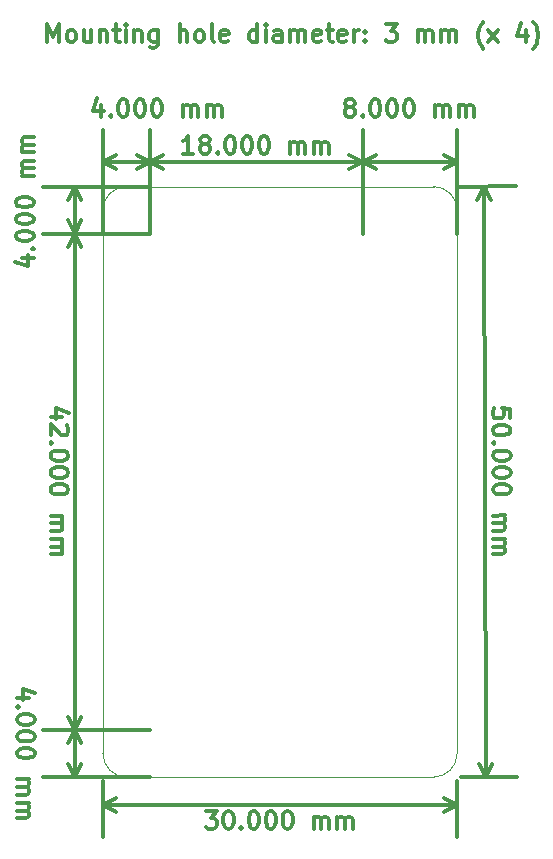
<source format=gbr>
G04 #@! TF.FileFunction,Drawing*
%FSLAX46Y46*%
G04 Gerber Fmt 4.6, Leading zero omitted, Abs format (unit mm)*
G04 Created by KiCad (PCBNEW 4.0.6-e0-6349~53~ubuntu16.04.1) date Fri Mar 17 13:45:09 2017*
%MOMM*%
%LPD*%
G01*
G04 APERTURE LIST*
%ADD10C,0.200000*%
%ADD11C,0.300000*%
%ADD12C,0.100000*%
G04 APERTURE END LIST*
D10*
D11*
X95292286Y-37762571D02*
X95292286Y-36262571D01*
X95792286Y-37334000D01*
X96292286Y-36262571D01*
X96292286Y-37762571D01*
X97220858Y-37762571D02*
X97078000Y-37691143D01*
X97006572Y-37619714D01*
X96935143Y-37476857D01*
X96935143Y-37048286D01*
X97006572Y-36905429D01*
X97078000Y-36834000D01*
X97220858Y-36762571D01*
X97435143Y-36762571D01*
X97578000Y-36834000D01*
X97649429Y-36905429D01*
X97720858Y-37048286D01*
X97720858Y-37476857D01*
X97649429Y-37619714D01*
X97578000Y-37691143D01*
X97435143Y-37762571D01*
X97220858Y-37762571D01*
X99006572Y-36762571D02*
X99006572Y-37762571D01*
X98363715Y-36762571D02*
X98363715Y-37548286D01*
X98435143Y-37691143D01*
X98578001Y-37762571D01*
X98792286Y-37762571D01*
X98935143Y-37691143D01*
X99006572Y-37619714D01*
X99720858Y-36762571D02*
X99720858Y-37762571D01*
X99720858Y-36905429D02*
X99792286Y-36834000D01*
X99935144Y-36762571D01*
X100149429Y-36762571D01*
X100292286Y-36834000D01*
X100363715Y-36976857D01*
X100363715Y-37762571D01*
X100863715Y-36762571D02*
X101435144Y-36762571D01*
X101078001Y-36262571D02*
X101078001Y-37548286D01*
X101149429Y-37691143D01*
X101292287Y-37762571D01*
X101435144Y-37762571D01*
X101935144Y-37762571D02*
X101935144Y-36762571D01*
X101935144Y-36262571D02*
X101863715Y-36334000D01*
X101935144Y-36405429D01*
X102006572Y-36334000D01*
X101935144Y-36262571D01*
X101935144Y-36405429D01*
X102649430Y-36762571D02*
X102649430Y-37762571D01*
X102649430Y-36905429D02*
X102720858Y-36834000D01*
X102863716Y-36762571D01*
X103078001Y-36762571D01*
X103220858Y-36834000D01*
X103292287Y-36976857D01*
X103292287Y-37762571D01*
X104649430Y-36762571D02*
X104649430Y-37976857D01*
X104578001Y-38119714D01*
X104506573Y-38191143D01*
X104363716Y-38262571D01*
X104149430Y-38262571D01*
X104006573Y-38191143D01*
X104649430Y-37691143D02*
X104506573Y-37762571D01*
X104220859Y-37762571D01*
X104078001Y-37691143D01*
X104006573Y-37619714D01*
X103935144Y-37476857D01*
X103935144Y-37048286D01*
X104006573Y-36905429D01*
X104078001Y-36834000D01*
X104220859Y-36762571D01*
X104506573Y-36762571D01*
X104649430Y-36834000D01*
X106506573Y-37762571D02*
X106506573Y-36262571D01*
X107149430Y-37762571D02*
X107149430Y-36976857D01*
X107078001Y-36834000D01*
X106935144Y-36762571D01*
X106720859Y-36762571D01*
X106578001Y-36834000D01*
X106506573Y-36905429D01*
X108078002Y-37762571D02*
X107935144Y-37691143D01*
X107863716Y-37619714D01*
X107792287Y-37476857D01*
X107792287Y-37048286D01*
X107863716Y-36905429D01*
X107935144Y-36834000D01*
X108078002Y-36762571D01*
X108292287Y-36762571D01*
X108435144Y-36834000D01*
X108506573Y-36905429D01*
X108578002Y-37048286D01*
X108578002Y-37476857D01*
X108506573Y-37619714D01*
X108435144Y-37691143D01*
X108292287Y-37762571D01*
X108078002Y-37762571D01*
X109435145Y-37762571D02*
X109292287Y-37691143D01*
X109220859Y-37548286D01*
X109220859Y-36262571D01*
X110578001Y-37691143D02*
X110435144Y-37762571D01*
X110149430Y-37762571D01*
X110006573Y-37691143D01*
X109935144Y-37548286D01*
X109935144Y-36976857D01*
X110006573Y-36834000D01*
X110149430Y-36762571D01*
X110435144Y-36762571D01*
X110578001Y-36834000D01*
X110649430Y-36976857D01*
X110649430Y-37119714D01*
X109935144Y-37262571D01*
X113078001Y-37762571D02*
X113078001Y-36262571D01*
X113078001Y-37691143D02*
X112935144Y-37762571D01*
X112649430Y-37762571D01*
X112506572Y-37691143D01*
X112435144Y-37619714D01*
X112363715Y-37476857D01*
X112363715Y-37048286D01*
X112435144Y-36905429D01*
X112506572Y-36834000D01*
X112649430Y-36762571D01*
X112935144Y-36762571D01*
X113078001Y-36834000D01*
X113792287Y-37762571D02*
X113792287Y-36762571D01*
X113792287Y-36262571D02*
X113720858Y-36334000D01*
X113792287Y-36405429D01*
X113863715Y-36334000D01*
X113792287Y-36262571D01*
X113792287Y-36405429D01*
X115149430Y-37762571D02*
X115149430Y-36976857D01*
X115078001Y-36834000D01*
X114935144Y-36762571D01*
X114649430Y-36762571D01*
X114506573Y-36834000D01*
X115149430Y-37691143D02*
X115006573Y-37762571D01*
X114649430Y-37762571D01*
X114506573Y-37691143D01*
X114435144Y-37548286D01*
X114435144Y-37405429D01*
X114506573Y-37262571D01*
X114649430Y-37191143D01*
X115006573Y-37191143D01*
X115149430Y-37119714D01*
X115863716Y-37762571D02*
X115863716Y-36762571D01*
X115863716Y-36905429D02*
X115935144Y-36834000D01*
X116078002Y-36762571D01*
X116292287Y-36762571D01*
X116435144Y-36834000D01*
X116506573Y-36976857D01*
X116506573Y-37762571D01*
X116506573Y-36976857D02*
X116578002Y-36834000D01*
X116720859Y-36762571D01*
X116935144Y-36762571D01*
X117078002Y-36834000D01*
X117149430Y-36976857D01*
X117149430Y-37762571D01*
X118435144Y-37691143D02*
X118292287Y-37762571D01*
X118006573Y-37762571D01*
X117863716Y-37691143D01*
X117792287Y-37548286D01*
X117792287Y-36976857D01*
X117863716Y-36834000D01*
X118006573Y-36762571D01*
X118292287Y-36762571D01*
X118435144Y-36834000D01*
X118506573Y-36976857D01*
X118506573Y-37119714D01*
X117792287Y-37262571D01*
X118935144Y-36762571D02*
X119506573Y-36762571D01*
X119149430Y-36262571D02*
X119149430Y-37548286D01*
X119220858Y-37691143D01*
X119363716Y-37762571D01*
X119506573Y-37762571D01*
X120578001Y-37691143D02*
X120435144Y-37762571D01*
X120149430Y-37762571D01*
X120006573Y-37691143D01*
X119935144Y-37548286D01*
X119935144Y-36976857D01*
X120006573Y-36834000D01*
X120149430Y-36762571D01*
X120435144Y-36762571D01*
X120578001Y-36834000D01*
X120649430Y-36976857D01*
X120649430Y-37119714D01*
X119935144Y-37262571D01*
X121292287Y-37762571D02*
X121292287Y-36762571D01*
X121292287Y-37048286D02*
X121363715Y-36905429D01*
X121435144Y-36834000D01*
X121578001Y-36762571D01*
X121720858Y-36762571D01*
X122220858Y-37619714D02*
X122292286Y-37691143D01*
X122220858Y-37762571D01*
X122149429Y-37691143D01*
X122220858Y-37619714D01*
X122220858Y-37762571D01*
X122220858Y-36834000D02*
X122292286Y-36905429D01*
X122220858Y-36976857D01*
X122149429Y-36905429D01*
X122220858Y-36834000D01*
X122220858Y-36976857D01*
X123935144Y-36262571D02*
X124863715Y-36262571D01*
X124363715Y-36834000D01*
X124578001Y-36834000D01*
X124720858Y-36905429D01*
X124792287Y-36976857D01*
X124863715Y-37119714D01*
X124863715Y-37476857D01*
X124792287Y-37619714D01*
X124720858Y-37691143D01*
X124578001Y-37762571D01*
X124149429Y-37762571D01*
X124006572Y-37691143D01*
X123935144Y-37619714D01*
X126649429Y-37762571D02*
X126649429Y-36762571D01*
X126649429Y-36905429D02*
X126720857Y-36834000D01*
X126863715Y-36762571D01*
X127078000Y-36762571D01*
X127220857Y-36834000D01*
X127292286Y-36976857D01*
X127292286Y-37762571D01*
X127292286Y-36976857D02*
X127363715Y-36834000D01*
X127506572Y-36762571D01*
X127720857Y-36762571D01*
X127863715Y-36834000D01*
X127935143Y-36976857D01*
X127935143Y-37762571D01*
X128649429Y-37762571D02*
X128649429Y-36762571D01*
X128649429Y-36905429D02*
X128720857Y-36834000D01*
X128863715Y-36762571D01*
X129078000Y-36762571D01*
X129220857Y-36834000D01*
X129292286Y-36976857D01*
X129292286Y-37762571D01*
X129292286Y-36976857D02*
X129363715Y-36834000D01*
X129506572Y-36762571D01*
X129720857Y-36762571D01*
X129863715Y-36834000D01*
X129935143Y-36976857D01*
X129935143Y-37762571D01*
X132220857Y-38334000D02*
X132149429Y-38262571D01*
X132006572Y-38048286D01*
X131935143Y-37905429D01*
X131863714Y-37691143D01*
X131792286Y-37334000D01*
X131792286Y-37048286D01*
X131863714Y-36691143D01*
X131935143Y-36476857D01*
X132006572Y-36334000D01*
X132149429Y-36119714D01*
X132220857Y-36048286D01*
X132649429Y-37762571D02*
X133435143Y-36762571D01*
X132649429Y-36762571D02*
X133435143Y-37762571D01*
X135792286Y-36762571D02*
X135792286Y-37762571D01*
X135435143Y-36191143D02*
X135078000Y-37262571D01*
X136006572Y-37262571D01*
X136435143Y-38334000D02*
X136506571Y-38262571D01*
X136649428Y-38048286D01*
X136720857Y-37905429D01*
X136792286Y-37691143D01*
X136863714Y-37334000D01*
X136863714Y-37048286D01*
X136792286Y-36691143D01*
X136720857Y-36476857D01*
X136649428Y-36334000D01*
X136506571Y-36119714D01*
X136435143Y-36048286D01*
X93721429Y-93264287D02*
X92721429Y-93264287D01*
X94292857Y-92907144D02*
X93221429Y-92550001D01*
X93221429Y-93478573D01*
X92864286Y-94050001D02*
X92792857Y-94121429D01*
X92721429Y-94050001D01*
X92792857Y-93978572D01*
X92864286Y-94050001D01*
X92721429Y-94050001D01*
X94221429Y-95050001D02*
X94221429Y-95192858D01*
X94150000Y-95335715D01*
X94078571Y-95407144D01*
X93935714Y-95478573D01*
X93650000Y-95550001D01*
X93292857Y-95550001D01*
X93007143Y-95478573D01*
X92864286Y-95407144D01*
X92792857Y-95335715D01*
X92721429Y-95192858D01*
X92721429Y-95050001D01*
X92792857Y-94907144D01*
X92864286Y-94835715D01*
X93007143Y-94764287D01*
X93292857Y-94692858D01*
X93650000Y-94692858D01*
X93935714Y-94764287D01*
X94078571Y-94835715D01*
X94150000Y-94907144D01*
X94221429Y-95050001D01*
X94221429Y-96478572D02*
X94221429Y-96621429D01*
X94150000Y-96764286D01*
X94078571Y-96835715D01*
X93935714Y-96907144D01*
X93650000Y-96978572D01*
X93292857Y-96978572D01*
X93007143Y-96907144D01*
X92864286Y-96835715D01*
X92792857Y-96764286D01*
X92721429Y-96621429D01*
X92721429Y-96478572D01*
X92792857Y-96335715D01*
X92864286Y-96264286D01*
X93007143Y-96192858D01*
X93292857Y-96121429D01*
X93650000Y-96121429D01*
X93935714Y-96192858D01*
X94078571Y-96264286D01*
X94150000Y-96335715D01*
X94221429Y-96478572D01*
X94221429Y-97907143D02*
X94221429Y-98050000D01*
X94150000Y-98192857D01*
X94078571Y-98264286D01*
X93935714Y-98335715D01*
X93650000Y-98407143D01*
X93292857Y-98407143D01*
X93007143Y-98335715D01*
X92864286Y-98264286D01*
X92792857Y-98192857D01*
X92721429Y-98050000D01*
X92721429Y-97907143D01*
X92792857Y-97764286D01*
X92864286Y-97692857D01*
X93007143Y-97621429D01*
X93292857Y-97550000D01*
X93650000Y-97550000D01*
X93935714Y-97621429D01*
X94078571Y-97692857D01*
X94150000Y-97764286D01*
X94221429Y-97907143D01*
X92721429Y-100192857D02*
X93721429Y-100192857D01*
X93578571Y-100192857D02*
X93650000Y-100264285D01*
X93721429Y-100407143D01*
X93721429Y-100621428D01*
X93650000Y-100764285D01*
X93507143Y-100835714D01*
X92721429Y-100835714D01*
X93507143Y-100835714D02*
X93650000Y-100907143D01*
X93721429Y-101050000D01*
X93721429Y-101264285D01*
X93650000Y-101407143D01*
X93507143Y-101478571D01*
X92721429Y-101478571D01*
X92721429Y-102192857D02*
X93721429Y-102192857D01*
X93578571Y-102192857D02*
X93650000Y-102264285D01*
X93721429Y-102407143D01*
X93721429Y-102621428D01*
X93650000Y-102764285D01*
X93507143Y-102835714D01*
X92721429Y-102835714D01*
X93507143Y-102835714D02*
X93650000Y-102907143D01*
X93721429Y-103050000D01*
X93721429Y-103264285D01*
X93650000Y-103407143D01*
X93507143Y-103478571D01*
X92721429Y-103478571D01*
X97600000Y-96000000D02*
X97600000Y-100000000D01*
X104000000Y-96000000D02*
X94900000Y-96000000D01*
X104000000Y-100000000D02*
X94900000Y-100000000D01*
X97600000Y-100000000D02*
X97013579Y-98873496D01*
X97600000Y-100000000D02*
X98186421Y-98873496D01*
X97600000Y-96000000D02*
X97013579Y-97126504D01*
X97600000Y-96000000D02*
X98186421Y-97126504D01*
X93128571Y-56035713D02*
X94128571Y-56035713D01*
X92557143Y-56392856D02*
X93628571Y-56749999D01*
X93628571Y-55821427D01*
X93985714Y-55249999D02*
X94057143Y-55178571D01*
X94128571Y-55249999D01*
X94057143Y-55321428D01*
X93985714Y-55249999D01*
X94128571Y-55249999D01*
X92628571Y-54249999D02*
X92628571Y-54107142D01*
X92700000Y-53964285D01*
X92771429Y-53892856D01*
X92914286Y-53821427D01*
X93200000Y-53749999D01*
X93557143Y-53749999D01*
X93842857Y-53821427D01*
X93985714Y-53892856D01*
X94057143Y-53964285D01*
X94128571Y-54107142D01*
X94128571Y-54249999D01*
X94057143Y-54392856D01*
X93985714Y-54464285D01*
X93842857Y-54535713D01*
X93557143Y-54607142D01*
X93200000Y-54607142D01*
X92914286Y-54535713D01*
X92771429Y-54464285D01*
X92700000Y-54392856D01*
X92628571Y-54249999D01*
X92628571Y-52821428D02*
X92628571Y-52678571D01*
X92700000Y-52535714D01*
X92771429Y-52464285D01*
X92914286Y-52392856D01*
X93200000Y-52321428D01*
X93557143Y-52321428D01*
X93842857Y-52392856D01*
X93985714Y-52464285D01*
X94057143Y-52535714D01*
X94128571Y-52678571D01*
X94128571Y-52821428D01*
X94057143Y-52964285D01*
X93985714Y-53035714D01*
X93842857Y-53107142D01*
X93557143Y-53178571D01*
X93200000Y-53178571D01*
X92914286Y-53107142D01*
X92771429Y-53035714D01*
X92700000Y-52964285D01*
X92628571Y-52821428D01*
X92628571Y-51392857D02*
X92628571Y-51250000D01*
X92700000Y-51107143D01*
X92771429Y-51035714D01*
X92914286Y-50964285D01*
X93200000Y-50892857D01*
X93557143Y-50892857D01*
X93842857Y-50964285D01*
X93985714Y-51035714D01*
X94057143Y-51107143D01*
X94128571Y-51250000D01*
X94128571Y-51392857D01*
X94057143Y-51535714D01*
X93985714Y-51607143D01*
X93842857Y-51678571D01*
X93557143Y-51750000D01*
X93200000Y-51750000D01*
X92914286Y-51678571D01*
X92771429Y-51607143D01*
X92700000Y-51535714D01*
X92628571Y-51392857D01*
X94128571Y-49107143D02*
X93128571Y-49107143D01*
X93271429Y-49107143D02*
X93200000Y-49035715D01*
X93128571Y-48892857D01*
X93128571Y-48678572D01*
X93200000Y-48535715D01*
X93342857Y-48464286D01*
X94128571Y-48464286D01*
X93342857Y-48464286D02*
X93200000Y-48392857D01*
X93128571Y-48250000D01*
X93128571Y-48035715D01*
X93200000Y-47892857D01*
X93342857Y-47821429D01*
X94128571Y-47821429D01*
X94128571Y-47107143D02*
X93128571Y-47107143D01*
X93271429Y-47107143D02*
X93200000Y-47035715D01*
X93128571Y-46892857D01*
X93128571Y-46678572D01*
X93200000Y-46535715D01*
X93342857Y-46464286D01*
X94128571Y-46464286D01*
X93342857Y-46464286D02*
X93200000Y-46392857D01*
X93128571Y-46250000D01*
X93128571Y-46035715D01*
X93200000Y-45892857D01*
X93342857Y-45821429D01*
X94128571Y-45821429D01*
X97600000Y-54000000D02*
X97600000Y-50000000D01*
X104000000Y-54000000D02*
X94900000Y-54000000D01*
X104000000Y-50000000D02*
X94900000Y-50000000D01*
X97600000Y-50000000D02*
X98186421Y-51126504D01*
X97600000Y-50000000D02*
X97013579Y-51126504D01*
X97600000Y-54000000D02*
X98186421Y-52873496D01*
X97600000Y-54000000D02*
X97013579Y-52873496D01*
X120769716Y-43255429D02*
X120626858Y-43184000D01*
X120555430Y-43112571D01*
X120484001Y-42969714D01*
X120484001Y-42898286D01*
X120555430Y-42755429D01*
X120626858Y-42684000D01*
X120769716Y-42612571D01*
X121055430Y-42612571D01*
X121198287Y-42684000D01*
X121269716Y-42755429D01*
X121341144Y-42898286D01*
X121341144Y-42969714D01*
X121269716Y-43112571D01*
X121198287Y-43184000D01*
X121055430Y-43255429D01*
X120769716Y-43255429D01*
X120626858Y-43326857D01*
X120555430Y-43398286D01*
X120484001Y-43541143D01*
X120484001Y-43826857D01*
X120555430Y-43969714D01*
X120626858Y-44041143D01*
X120769716Y-44112571D01*
X121055430Y-44112571D01*
X121198287Y-44041143D01*
X121269716Y-43969714D01*
X121341144Y-43826857D01*
X121341144Y-43541143D01*
X121269716Y-43398286D01*
X121198287Y-43326857D01*
X121055430Y-43255429D01*
X121984001Y-43969714D02*
X122055429Y-44041143D01*
X121984001Y-44112571D01*
X121912572Y-44041143D01*
X121984001Y-43969714D01*
X121984001Y-44112571D01*
X122984001Y-42612571D02*
X123126858Y-42612571D01*
X123269715Y-42684000D01*
X123341144Y-42755429D01*
X123412573Y-42898286D01*
X123484001Y-43184000D01*
X123484001Y-43541143D01*
X123412573Y-43826857D01*
X123341144Y-43969714D01*
X123269715Y-44041143D01*
X123126858Y-44112571D01*
X122984001Y-44112571D01*
X122841144Y-44041143D01*
X122769715Y-43969714D01*
X122698287Y-43826857D01*
X122626858Y-43541143D01*
X122626858Y-43184000D01*
X122698287Y-42898286D01*
X122769715Y-42755429D01*
X122841144Y-42684000D01*
X122984001Y-42612571D01*
X124412572Y-42612571D02*
X124555429Y-42612571D01*
X124698286Y-42684000D01*
X124769715Y-42755429D01*
X124841144Y-42898286D01*
X124912572Y-43184000D01*
X124912572Y-43541143D01*
X124841144Y-43826857D01*
X124769715Y-43969714D01*
X124698286Y-44041143D01*
X124555429Y-44112571D01*
X124412572Y-44112571D01*
X124269715Y-44041143D01*
X124198286Y-43969714D01*
X124126858Y-43826857D01*
X124055429Y-43541143D01*
X124055429Y-43184000D01*
X124126858Y-42898286D01*
X124198286Y-42755429D01*
X124269715Y-42684000D01*
X124412572Y-42612571D01*
X125841143Y-42612571D02*
X125984000Y-42612571D01*
X126126857Y-42684000D01*
X126198286Y-42755429D01*
X126269715Y-42898286D01*
X126341143Y-43184000D01*
X126341143Y-43541143D01*
X126269715Y-43826857D01*
X126198286Y-43969714D01*
X126126857Y-44041143D01*
X125984000Y-44112571D01*
X125841143Y-44112571D01*
X125698286Y-44041143D01*
X125626857Y-43969714D01*
X125555429Y-43826857D01*
X125484000Y-43541143D01*
X125484000Y-43184000D01*
X125555429Y-42898286D01*
X125626857Y-42755429D01*
X125698286Y-42684000D01*
X125841143Y-42612571D01*
X128126857Y-44112571D02*
X128126857Y-43112571D01*
X128126857Y-43255429D02*
X128198285Y-43184000D01*
X128341143Y-43112571D01*
X128555428Y-43112571D01*
X128698285Y-43184000D01*
X128769714Y-43326857D01*
X128769714Y-44112571D01*
X128769714Y-43326857D02*
X128841143Y-43184000D01*
X128984000Y-43112571D01*
X129198285Y-43112571D01*
X129341143Y-43184000D01*
X129412571Y-43326857D01*
X129412571Y-44112571D01*
X130126857Y-44112571D02*
X130126857Y-43112571D01*
X130126857Y-43255429D02*
X130198285Y-43184000D01*
X130341143Y-43112571D01*
X130555428Y-43112571D01*
X130698285Y-43184000D01*
X130769714Y-43326857D01*
X130769714Y-44112571D01*
X130769714Y-43326857D02*
X130841143Y-43184000D01*
X130984000Y-43112571D01*
X131198285Y-43112571D01*
X131341143Y-43184000D01*
X131412571Y-43326857D01*
X131412571Y-44112571D01*
X122000000Y-47900000D02*
X130000000Y-47900000D01*
X122000000Y-54000000D02*
X122000000Y-45200000D01*
X130000000Y-54000000D02*
X130000000Y-45200000D01*
X130000000Y-47900000D02*
X128873496Y-48486421D01*
X130000000Y-47900000D02*
X128873496Y-47313579D01*
X122000000Y-47900000D02*
X123126504Y-48486421D01*
X122000000Y-47900000D02*
X123126504Y-47313579D01*
X99862287Y-43112571D02*
X99862287Y-44112571D01*
X99505144Y-42541143D02*
X99148001Y-43612571D01*
X100076573Y-43612571D01*
X100648001Y-43969714D02*
X100719429Y-44041143D01*
X100648001Y-44112571D01*
X100576572Y-44041143D01*
X100648001Y-43969714D01*
X100648001Y-44112571D01*
X101648001Y-42612571D02*
X101790858Y-42612571D01*
X101933715Y-42684000D01*
X102005144Y-42755429D01*
X102076573Y-42898286D01*
X102148001Y-43184000D01*
X102148001Y-43541143D01*
X102076573Y-43826857D01*
X102005144Y-43969714D01*
X101933715Y-44041143D01*
X101790858Y-44112571D01*
X101648001Y-44112571D01*
X101505144Y-44041143D01*
X101433715Y-43969714D01*
X101362287Y-43826857D01*
X101290858Y-43541143D01*
X101290858Y-43184000D01*
X101362287Y-42898286D01*
X101433715Y-42755429D01*
X101505144Y-42684000D01*
X101648001Y-42612571D01*
X103076572Y-42612571D02*
X103219429Y-42612571D01*
X103362286Y-42684000D01*
X103433715Y-42755429D01*
X103505144Y-42898286D01*
X103576572Y-43184000D01*
X103576572Y-43541143D01*
X103505144Y-43826857D01*
X103433715Y-43969714D01*
X103362286Y-44041143D01*
X103219429Y-44112571D01*
X103076572Y-44112571D01*
X102933715Y-44041143D01*
X102862286Y-43969714D01*
X102790858Y-43826857D01*
X102719429Y-43541143D01*
X102719429Y-43184000D01*
X102790858Y-42898286D01*
X102862286Y-42755429D01*
X102933715Y-42684000D01*
X103076572Y-42612571D01*
X104505143Y-42612571D02*
X104648000Y-42612571D01*
X104790857Y-42684000D01*
X104862286Y-42755429D01*
X104933715Y-42898286D01*
X105005143Y-43184000D01*
X105005143Y-43541143D01*
X104933715Y-43826857D01*
X104862286Y-43969714D01*
X104790857Y-44041143D01*
X104648000Y-44112571D01*
X104505143Y-44112571D01*
X104362286Y-44041143D01*
X104290857Y-43969714D01*
X104219429Y-43826857D01*
X104148000Y-43541143D01*
X104148000Y-43184000D01*
X104219429Y-42898286D01*
X104290857Y-42755429D01*
X104362286Y-42684000D01*
X104505143Y-42612571D01*
X106790857Y-44112571D02*
X106790857Y-43112571D01*
X106790857Y-43255429D02*
X106862285Y-43184000D01*
X107005143Y-43112571D01*
X107219428Y-43112571D01*
X107362285Y-43184000D01*
X107433714Y-43326857D01*
X107433714Y-44112571D01*
X107433714Y-43326857D02*
X107505143Y-43184000D01*
X107648000Y-43112571D01*
X107862285Y-43112571D01*
X108005143Y-43184000D01*
X108076571Y-43326857D01*
X108076571Y-44112571D01*
X108790857Y-44112571D02*
X108790857Y-43112571D01*
X108790857Y-43255429D02*
X108862285Y-43184000D01*
X109005143Y-43112571D01*
X109219428Y-43112571D01*
X109362285Y-43184000D01*
X109433714Y-43326857D01*
X109433714Y-44112571D01*
X109433714Y-43326857D02*
X109505143Y-43184000D01*
X109648000Y-43112571D01*
X109862285Y-43112571D01*
X110005143Y-43184000D01*
X110076571Y-43326857D01*
X110076571Y-44112571D01*
X104000000Y-47900000D02*
X100000000Y-47900000D01*
X104000000Y-54000000D02*
X104000000Y-45200000D01*
X100000000Y-54000000D02*
X100000000Y-45200000D01*
X100000000Y-47900000D02*
X101126504Y-47313579D01*
X100000000Y-47900000D02*
X101126504Y-48486421D01*
X104000000Y-47900000D02*
X102873496Y-47313579D01*
X104000000Y-47900000D02*
X102873496Y-48486421D01*
X107642858Y-47228571D02*
X106785715Y-47228571D01*
X107214287Y-47228571D02*
X107214287Y-45728571D01*
X107071430Y-45942857D01*
X106928572Y-46085714D01*
X106785715Y-46157143D01*
X108500001Y-46371429D02*
X108357143Y-46300000D01*
X108285715Y-46228571D01*
X108214286Y-46085714D01*
X108214286Y-46014286D01*
X108285715Y-45871429D01*
X108357143Y-45800000D01*
X108500001Y-45728571D01*
X108785715Y-45728571D01*
X108928572Y-45800000D01*
X109000001Y-45871429D01*
X109071429Y-46014286D01*
X109071429Y-46085714D01*
X109000001Y-46228571D01*
X108928572Y-46300000D01*
X108785715Y-46371429D01*
X108500001Y-46371429D01*
X108357143Y-46442857D01*
X108285715Y-46514286D01*
X108214286Y-46657143D01*
X108214286Y-46942857D01*
X108285715Y-47085714D01*
X108357143Y-47157143D01*
X108500001Y-47228571D01*
X108785715Y-47228571D01*
X108928572Y-47157143D01*
X109000001Y-47085714D01*
X109071429Y-46942857D01*
X109071429Y-46657143D01*
X109000001Y-46514286D01*
X108928572Y-46442857D01*
X108785715Y-46371429D01*
X109714286Y-47085714D02*
X109785714Y-47157143D01*
X109714286Y-47228571D01*
X109642857Y-47157143D01*
X109714286Y-47085714D01*
X109714286Y-47228571D01*
X110714286Y-45728571D02*
X110857143Y-45728571D01*
X111000000Y-45800000D01*
X111071429Y-45871429D01*
X111142858Y-46014286D01*
X111214286Y-46300000D01*
X111214286Y-46657143D01*
X111142858Y-46942857D01*
X111071429Y-47085714D01*
X111000000Y-47157143D01*
X110857143Y-47228571D01*
X110714286Y-47228571D01*
X110571429Y-47157143D01*
X110500000Y-47085714D01*
X110428572Y-46942857D01*
X110357143Y-46657143D01*
X110357143Y-46300000D01*
X110428572Y-46014286D01*
X110500000Y-45871429D01*
X110571429Y-45800000D01*
X110714286Y-45728571D01*
X112142857Y-45728571D02*
X112285714Y-45728571D01*
X112428571Y-45800000D01*
X112500000Y-45871429D01*
X112571429Y-46014286D01*
X112642857Y-46300000D01*
X112642857Y-46657143D01*
X112571429Y-46942857D01*
X112500000Y-47085714D01*
X112428571Y-47157143D01*
X112285714Y-47228571D01*
X112142857Y-47228571D01*
X112000000Y-47157143D01*
X111928571Y-47085714D01*
X111857143Y-46942857D01*
X111785714Y-46657143D01*
X111785714Y-46300000D01*
X111857143Y-46014286D01*
X111928571Y-45871429D01*
X112000000Y-45800000D01*
X112142857Y-45728571D01*
X113571428Y-45728571D02*
X113714285Y-45728571D01*
X113857142Y-45800000D01*
X113928571Y-45871429D01*
X114000000Y-46014286D01*
X114071428Y-46300000D01*
X114071428Y-46657143D01*
X114000000Y-46942857D01*
X113928571Y-47085714D01*
X113857142Y-47157143D01*
X113714285Y-47228571D01*
X113571428Y-47228571D01*
X113428571Y-47157143D01*
X113357142Y-47085714D01*
X113285714Y-46942857D01*
X113214285Y-46657143D01*
X113214285Y-46300000D01*
X113285714Y-46014286D01*
X113357142Y-45871429D01*
X113428571Y-45800000D01*
X113571428Y-45728571D01*
X115857142Y-47228571D02*
X115857142Y-46228571D01*
X115857142Y-46371429D02*
X115928570Y-46300000D01*
X116071428Y-46228571D01*
X116285713Y-46228571D01*
X116428570Y-46300000D01*
X116499999Y-46442857D01*
X116499999Y-47228571D01*
X116499999Y-46442857D02*
X116571428Y-46300000D01*
X116714285Y-46228571D01*
X116928570Y-46228571D01*
X117071428Y-46300000D01*
X117142856Y-46442857D01*
X117142856Y-47228571D01*
X117857142Y-47228571D02*
X117857142Y-46228571D01*
X117857142Y-46371429D02*
X117928570Y-46300000D01*
X118071428Y-46228571D01*
X118285713Y-46228571D01*
X118428570Y-46300000D01*
X118499999Y-46442857D01*
X118499999Y-47228571D01*
X118499999Y-46442857D02*
X118571428Y-46300000D01*
X118714285Y-46228571D01*
X118928570Y-46228571D01*
X119071428Y-46300000D01*
X119142856Y-46442857D01*
X119142856Y-47228571D01*
X104000000Y-47900000D02*
X122000000Y-47900000D01*
X104000000Y-54000000D02*
X104000000Y-45200000D01*
X122000000Y-54000000D02*
X122000000Y-45200000D01*
X122000000Y-47900000D02*
X120873496Y-48486421D01*
X122000000Y-47900000D02*
X120873496Y-47313579D01*
X104000000Y-47900000D02*
X105126504Y-48486421D01*
X104000000Y-47900000D02*
X105126504Y-47313579D01*
X96571429Y-69500001D02*
X95571429Y-69500001D01*
X97142857Y-69142858D02*
X96071429Y-68785715D01*
X96071429Y-69714287D01*
X96928571Y-70214286D02*
X97000000Y-70285715D01*
X97071429Y-70428572D01*
X97071429Y-70785715D01*
X97000000Y-70928572D01*
X96928571Y-71000001D01*
X96785714Y-71071429D01*
X96642857Y-71071429D01*
X96428571Y-71000001D01*
X95571429Y-70142858D01*
X95571429Y-71071429D01*
X95714286Y-71714286D02*
X95642857Y-71785714D01*
X95571429Y-71714286D01*
X95642857Y-71642857D01*
X95714286Y-71714286D01*
X95571429Y-71714286D01*
X97071429Y-72714286D02*
X97071429Y-72857143D01*
X97000000Y-73000000D01*
X96928571Y-73071429D01*
X96785714Y-73142858D01*
X96500000Y-73214286D01*
X96142857Y-73214286D01*
X95857143Y-73142858D01*
X95714286Y-73071429D01*
X95642857Y-73000000D01*
X95571429Y-72857143D01*
X95571429Y-72714286D01*
X95642857Y-72571429D01*
X95714286Y-72500000D01*
X95857143Y-72428572D01*
X96142857Y-72357143D01*
X96500000Y-72357143D01*
X96785714Y-72428572D01*
X96928571Y-72500000D01*
X97000000Y-72571429D01*
X97071429Y-72714286D01*
X97071429Y-74142857D02*
X97071429Y-74285714D01*
X97000000Y-74428571D01*
X96928571Y-74500000D01*
X96785714Y-74571429D01*
X96500000Y-74642857D01*
X96142857Y-74642857D01*
X95857143Y-74571429D01*
X95714286Y-74500000D01*
X95642857Y-74428571D01*
X95571429Y-74285714D01*
X95571429Y-74142857D01*
X95642857Y-74000000D01*
X95714286Y-73928571D01*
X95857143Y-73857143D01*
X96142857Y-73785714D01*
X96500000Y-73785714D01*
X96785714Y-73857143D01*
X96928571Y-73928571D01*
X97000000Y-74000000D01*
X97071429Y-74142857D01*
X97071429Y-75571428D02*
X97071429Y-75714285D01*
X97000000Y-75857142D01*
X96928571Y-75928571D01*
X96785714Y-76000000D01*
X96500000Y-76071428D01*
X96142857Y-76071428D01*
X95857143Y-76000000D01*
X95714286Y-75928571D01*
X95642857Y-75857142D01*
X95571429Y-75714285D01*
X95571429Y-75571428D01*
X95642857Y-75428571D01*
X95714286Y-75357142D01*
X95857143Y-75285714D01*
X96142857Y-75214285D01*
X96500000Y-75214285D01*
X96785714Y-75285714D01*
X96928571Y-75357142D01*
X97000000Y-75428571D01*
X97071429Y-75571428D01*
X95571429Y-77857142D02*
X96571429Y-77857142D01*
X96428571Y-77857142D02*
X96500000Y-77928570D01*
X96571429Y-78071428D01*
X96571429Y-78285713D01*
X96500000Y-78428570D01*
X96357143Y-78499999D01*
X95571429Y-78499999D01*
X96357143Y-78499999D02*
X96500000Y-78571428D01*
X96571429Y-78714285D01*
X96571429Y-78928570D01*
X96500000Y-79071428D01*
X96357143Y-79142856D01*
X95571429Y-79142856D01*
X95571429Y-79857142D02*
X96571429Y-79857142D01*
X96428571Y-79857142D02*
X96500000Y-79928570D01*
X96571429Y-80071428D01*
X96571429Y-80285713D01*
X96500000Y-80428570D01*
X96357143Y-80499999D01*
X95571429Y-80499999D01*
X96357143Y-80499999D02*
X96500000Y-80571428D01*
X96571429Y-80714285D01*
X96571429Y-80928570D01*
X96500000Y-81071428D01*
X96357143Y-81142856D01*
X95571429Y-81142856D01*
X97600000Y-54000000D02*
X97600000Y-96000000D01*
X104000000Y-54000000D02*
X94900000Y-54000000D01*
X104000000Y-96000000D02*
X94900000Y-96000000D01*
X97600000Y-96000000D02*
X97013579Y-94873496D01*
X97600000Y-96000000D02*
X98186421Y-94873496D01*
X97600000Y-54000000D02*
X97013579Y-55126504D01*
X97600000Y-54000000D02*
X98186421Y-55126504D01*
X134509458Y-69562900D02*
X134508030Y-68848615D01*
X133793602Y-68778615D01*
X133865173Y-68849901D01*
X133936888Y-68992615D01*
X133937602Y-69349757D01*
X133866459Y-69492757D01*
X133795174Y-69564329D01*
X133652460Y-69636042D01*
X133295318Y-69636756D01*
X133152318Y-69565614D01*
X133080746Y-69494328D01*
X133009033Y-69351614D01*
X133008318Y-68994472D01*
X133079461Y-68851473D01*
X133150747Y-68779901D01*
X134511458Y-70562897D02*
X134511744Y-70705754D01*
X134440601Y-70848753D01*
X134369315Y-70920325D01*
X134226601Y-70992040D01*
X133941030Y-71064039D01*
X133583888Y-71064753D01*
X133298032Y-70993897D01*
X133155032Y-70922754D01*
X133083461Y-70851468D01*
X133011747Y-70708754D01*
X133011461Y-70565897D01*
X133082603Y-70422897D01*
X133153889Y-70351326D01*
X133296603Y-70279612D01*
X133582174Y-70207612D01*
X133939316Y-70206898D01*
X134225172Y-70277755D01*
X134368172Y-70348897D01*
X134439744Y-70420183D01*
X134511458Y-70562897D01*
X133156604Y-71708466D02*
X133085318Y-71780037D01*
X133013747Y-71708752D01*
X133085032Y-71637180D01*
X133156604Y-71708466D01*
X133013747Y-71708752D01*
X134515744Y-72705750D02*
X134516030Y-72848606D01*
X134444887Y-72991606D01*
X134373601Y-73063178D01*
X134230887Y-73134892D01*
X133945316Y-73206892D01*
X133588174Y-73207606D01*
X133302318Y-73136749D01*
X133159318Y-73065606D01*
X133087746Y-72994320D01*
X133016033Y-72851606D01*
X133015747Y-72708750D01*
X133086889Y-72565750D01*
X133158175Y-72494178D01*
X133300889Y-72422465D01*
X133586460Y-72350465D01*
X133943602Y-72349750D01*
X134229458Y-72420608D01*
X134372458Y-72491750D01*
X134444029Y-72563036D01*
X134515744Y-72705750D01*
X134518601Y-74134318D02*
X134518887Y-74277175D01*
X134447744Y-74420174D01*
X134376458Y-74491746D01*
X134233744Y-74563460D01*
X133948173Y-74635460D01*
X133591031Y-74636174D01*
X133305175Y-74565318D01*
X133162175Y-74494174D01*
X133090603Y-74422888D01*
X133018890Y-74280175D01*
X133018604Y-74137318D01*
X133089746Y-73994318D01*
X133161032Y-73922747D01*
X133303746Y-73851033D01*
X133589317Y-73779033D01*
X133946459Y-73778318D01*
X134232315Y-73849176D01*
X134375315Y-73920318D01*
X134446887Y-73991604D01*
X134518601Y-74134318D01*
X134521458Y-75562886D02*
X134521744Y-75705743D01*
X134450601Y-75848742D01*
X134379315Y-75920314D01*
X134236601Y-75992029D01*
X133951030Y-76064028D01*
X133593888Y-76064742D01*
X133308032Y-75993886D01*
X133165032Y-75922743D01*
X133093460Y-75851457D01*
X133021747Y-75708743D01*
X133021461Y-75565886D01*
X133092603Y-75422886D01*
X133163889Y-75351315D01*
X133306603Y-75279601D01*
X133592174Y-75207601D01*
X133949316Y-75206887D01*
X134235172Y-75277744D01*
X134378172Y-75348886D01*
X134449744Y-75420172D01*
X134521458Y-75562886D01*
X133026033Y-77851595D02*
X134026031Y-77849595D01*
X133883173Y-77849881D02*
X133954745Y-77921166D01*
X134026459Y-78063881D01*
X134026888Y-78278166D01*
X133955745Y-78421165D01*
X133813031Y-78492880D01*
X133027318Y-78494451D01*
X133813031Y-78492880D02*
X133956030Y-78564023D01*
X134027745Y-78706737D01*
X134028173Y-78921021D01*
X133957030Y-79064022D01*
X133814316Y-79135735D01*
X133028604Y-79137307D01*
X133030033Y-79851591D02*
X134030031Y-79849591D01*
X133887173Y-79849877D02*
X133958745Y-79921162D01*
X134030459Y-80063877D01*
X134030888Y-80278162D01*
X133959745Y-80421161D01*
X133817031Y-80492876D01*
X133031318Y-80494447D01*
X133817031Y-80492876D02*
X133960030Y-80564019D01*
X134031745Y-80706733D01*
X134032173Y-80921017D01*
X133961030Y-81064018D01*
X133818316Y-81135731D01*
X133032604Y-81137303D01*
X132398891Y-99995802D02*
X132298891Y-49995802D01*
X130300000Y-100000000D02*
X135098886Y-99990402D01*
X130200000Y-50000000D02*
X134998886Y-49990402D01*
X132298891Y-49995802D02*
X132887564Y-51121131D01*
X132298891Y-49995802D02*
X131714724Y-51123476D01*
X132398891Y-99995802D02*
X132983058Y-98868128D01*
X132398891Y-99995802D02*
X131810218Y-98870473D01*
X108714287Y-102878571D02*
X109642858Y-102878571D01*
X109142858Y-103450000D01*
X109357144Y-103450000D01*
X109500001Y-103521429D01*
X109571430Y-103592857D01*
X109642858Y-103735714D01*
X109642858Y-104092857D01*
X109571430Y-104235714D01*
X109500001Y-104307143D01*
X109357144Y-104378571D01*
X108928572Y-104378571D01*
X108785715Y-104307143D01*
X108714287Y-104235714D01*
X110571429Y-102878571D02*
X110714286Y-102878571D01*
X110857143Y-102950000D01*
X110928572Y-103021429D01*
X111000001Y-103164286D01*
X111071429Y-103450000D01*
X111071429Y-103807143D01*
X111000001Y-104092857D01*
X110928572Y-104235714D01*
X110857143Y-104307143D01*
X110714286Y-104378571D01*
X110571429Y-104378571D01*
X110428572Y-104307143D01*
X110357143Y-104235714D01*
X110285715Y-104092857D01*
X110214286Y-103807143D01*
X110214286Y-103450000D01*
X110285715Y-103164286D01*
X110357143Y-103021429D01*
X110428572Y-102950000D01*
X110571429Y-102878571D01*
X111714286Y-104235714D02*
X111785714Y-104307143D01*
X111714286Y-104378571D01*
X111642857Y-104307143D01*
X111714286Y-104235714D01*
X111714286Y-104378571D01*
X112714286Y-102878571D02*
X112857143Y-102878571D01*
X113000000Y-102950000D01*
X113071429Y-103021429D01*
X113142858Y-103164286D01*
X113214286Y-103450000D01*
X113214286Y-103807143D01*
X113142858Y-104092857D01*
X113071429Y-104235714D01*
X113000000Y-104307143D01*
X112857143Y-104378571D01*
X112714286Y-104378571D01*
X112571429Y-104307143D01*
X112500000Y-104235714D01*
X112428572Y-104092857D01*
X112357143Y-103807143D01*
X112357143Y-103450000D01*
X112428572Y-103164286D01*
X112500000Y-103021429D01*
X112571429Y-102950000D01*
X112714286Y-102878571D01*
X114142857Y-102878571D02*
X114285714Y-102878571D01*
X114428571Y-102950000D01*
X114500000Y-103021429D01*
X114571429Y-103164286D01*
X114642857Y-103450000D01*
X114642857Y-103807143D01*
X114571429Y-104092857D01*
X114500000Y-104235714D01*
X114428571Y-104307143D01*
X114285714Y-104378571D01*
X114142857Y-104378571D01*
X114000000Y-104307143D01*
X113928571Y-104235714D01*
X113857143Y-104092857D01*
X113785714Y-103807143D01*
X113785714Y-103450000D01*
X113857143Y-103164286D01*
X113928571Y-103021429D01*
X114000000Y-102950000D01*
X114142857Y-102878571D01*
X115571428Y-102878571D02*
X115714285Y-102878571D01*
X115857142Y-102950000D01*
X115928571Y-103021429D01*
X116000000Y-103164286D01*
X116071428Y-103450000D01*
X116071428Y-103807143D01*
X116000000Y-104092857D01*
X115928571Y-104235714D01*
X115857142Y-104307143D01*
X115714285Y-104378571D01*
X115571428Y-104378571D01*
X115428571Y-104307143D01*
X115357142Y-104235714D01*
X115285714Y-104092857D01*
X115214285Y-103807143D01*
X115214285Y-103450000D01*
X115285714Y-103164286D01*
X115357142Y-103021429D01*
X115428571Y-102950000D01*
X115571428Y-102878571D01*
X117857142Y-104378571D02*
X117857142Y-103378571D01*
X117857142Y-103521429D02*
X117928570Y-103450000D01*
X118071428Y-103378571D01*
X118285713Y-103378571D01*
X118428570Y-103450000D01*
X118499999Y-103592857D01*
X118499999Y-104378571D01*
X118499999Y-103592857D02*
X118571428Y-103450000D01*
X118714285Y-103378571D01*
X118928570Y-103378571D01*
X119071428Y-103450000D01*
X119142856Y-103592857D01*
X119142856Y-104378571D01*
X119857142Y-104378571D02*
X119857142Y-103378571D01*
X119857142Y-103521429D02*
X119928570Y-103450000D01*
X120071428Y-103378571D01*
X120285713Y-103378571D01*
X120428570Y-103450000D01*
X120499999Y-103592857D01*
X120499999Y-104378571D01*
X120499999Y-103592857D02*
X120571428Y-103450000D01*
X120714285Y-103378571D01*
X120928570Y-103378571D01*
X121071428Y-103450000D01*
X121142856Y-103592857D01*
X121142856Y-104378571D01*
X100000000Y-102350000D02*
X130000000Y-102350000D01*
X100000000Y-100300000D02*
X100000000Y-105050000D01*
X130000000Y-100300000D02*
X130000000Y-105050000D01*
X130000000Y-102350000D02*
X128873496Y-102936421D01*
X130000000Y-102350000D02*
X128873496Y-101763579D01*
X100000000Y-102350000D02*
X101126504Y-102936421D01*
X100000000Y-102350000D02*
X101126504Y-101763579D01*
D12*
X128000000Y-100000000D02*
G75*
G03X130000000Y-98000000I0J2000000D01*
G01*
X100000000Y-98000000D02*
G75*
G03X102000000Y-100000000I2000000J0D01*
G01*
X130000000Y-52000000D02*
G75*
G03X128000000Y-50000000I-2000000J0D01*
G01*
X102000000Y-50000000D02*
G75*
G03X100000000Y-52000000I0J-2000000D01*
G01*
X128000000Y-50000000D02*
X102000000Y-50000000D01*
X130000000Y-98000000D02*
X130000000Y-52000000D01*
X102000000Y-100000000D02*
X128000000Y-100000000D01*
X100000000Y-52000000D02*
X100000000Y-98000000D01*
M02*

</source>
